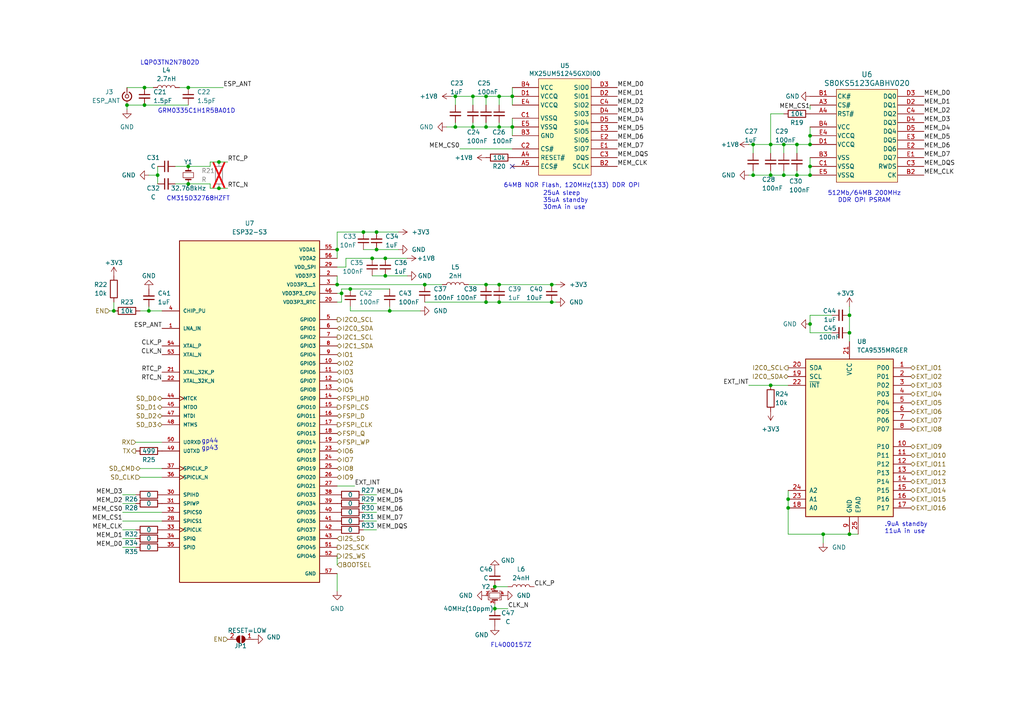
<source format=kicad_sch>
(kicad_sch (version 20250114) (generator "eeschema") (generator_version "9.0")
  (paper "A4")
  (lib_symbols
    (symbol "Connector:Conn_Coaxial_Small" (pin_numbers (hide yes)) (pin_names (offset 1.016) (hide yes))
      (property "Reference" "J" (at 0.254 3.048 0))
      (property "Value" "Conn_Coaxial_Small" (at 0 -3.81 0))
      (symbol "Conn_Coaxial_Small_0_1"
        (polyline (pts (xy -2.54 0) (xy -0.508 0)))
        (circle (center 0 0) (radius 0.508) (stroke (width 0.2032)))
      )
      (symbol "Conn_Coaxial_Small_1_1"
        (arc (start 1.3484 0.0039) (mid 0.327 -1.308) (end -1.1916 -0.6311) (stroke (width 0.3048)))
        (arc (start -1.1916 0.6311) (mid 0.327 1.3081) (end 1.3484 -0.0039) (stroke (width 0.3048)))
        (pin passive line (at -2.54 0 0) (length 1.27) (name "In") (number "1"))
        (pin passive line (at 2.54 0 180) (length 1.27) (name "Ext") (number "2"))
      )
    )
    (symbol "Device:C_Small" (pin_numbers (hide yes)) (pin_names (offset 0.254) (hide yes))
      (property "Reference" "C" (at 0.254 1.778 0))
      (property "Value" "C_Small" (at 0.254 -2.032 0))
      (symbol "C_Small_0_1"
        (polyline (pts (xy -1.524 0.508) (xy 1.524 0.508)) (stroke (width 0.3048)))
        (polyline (pts (xy -1.524 -0.508) (xy 1.524 -0.508)) (stroke (width 0.3302)))
      )
      (symbol "C_Small_1_1"
        (pin passive line (at 0 2.54 270) (length 2.032) (name "~") (number "1"))
        (pin passive line (at 0 -2.54 90) (length 2.032) (name "~") (number "2"))
      )
    )
    (symbol "Device:Crystal_GND24_Small" (pin_names (offset 1.016) (hide yes))
      (property "Reference" "Y" (at 1.27 4.445 0))
      (property "Value" "Crystal_GND24_Small" (at 1.27 2.54 0))
      (symbol "Crystal_GND24_Small_0_1"
        (polyline (pts (xy -1.27 1.27) (xy -1.27 1.905) (xy 1.27 1.905) (xy 1.27 1.27)))
        (polyline (pts (xy -1.27 -0.762) (xy -1.27 0.762)) (stroke (width 0.381)))
        (polyline (pts (xy -1.27 -1.27) (xy -1.27 -1.905) (xy 1.27 -1.905) (xy 1.27 -1.27)))
        (rectangle (start -0.762 -1.524) (end 0.762 1.524))
        (polyline (pts (xy 1.27 -0.762) (xy 1.27 0.762)) (stroke (width 0.381)))
      )
      (symbol "Crystal_GND24_Small_1_1"
        (pin passive line (at -2.54 0 0) (length 1.27) (name "1") (number "1"))
        (pin passive line (at 0 2.54 270) (length 0.635) (name "4") (number "4"))
        (pin passive line (at 0 -2.54 90) (length 0.635) (name "2") (number "2"))
        (pin passive line (at 2.54 0 180) (length 1.27) (name "3") (number "3"))
      )
    )
    (symbol "Device:Crystal_Small" (pin_numbers (hide yes)) (pin_names (offset 1.016) (hide yes))
      (property "Reference" "Y" (at 0 2.54 0))
      (property "Value" "Crystal_Small" (at 0 -2.54 0))
      (symbol "Crystal_Small_0_1"
        (polyline (pts (xy -1.27 -0.762) (xy -1.27 0.762)) (stroke (width 0.381)))
        (rectangle (start -0.762 -1.524) (end 0.762 1.524))
        (polyline (pts (xy 1.27 -0.762) (xy 1.27 0.762)) (stroke (width 0.381)))
      )
      (symbol "Crystal_Small_1_1"
        (pin passive line (at -2.54 0 0) (length 1.27) (name "1") (number "1"))
        (pin passive line (at 2.54 0 180) (length 1.27) (name "2") (number "2"))
      )
    )
    (symbol "Device:L" (pin_numbers (hide yes)) (pin_names (offset 1.016) (hide yes))
      (property "Reference" "L" (at -1.27 0 90))
      (property "Value" "L" (at 1.905 0 90))
      (symbol "L_0_1"
        (arc (start 0 2.54) (mid 0.6323 1.905) (end 0 1.27))
        (arc (start 0 1.27) (mid 0.6323 0.635) (end 0 0))
        (arc (start 0 0) (mid 0.6323 -0.635) (end 0 -1.27))
        (arc (start 0 -1.27) (mid 0.6323 -1.905) (end 0 -2.54))
      )
      (symbol "L_1_1"
        (pin passive line (at 0 3.81 270) (length 1.27) (name "1") (number "1"))
        (pin passive line (at 0 -3.81 90) (length 1.27) (name "2") (number "2"))
      )
    )
    (symbol "Device:R" (pin_numbers (hide yes)) (pin_names (offset 0))
      (property "Reference" "R" (at 2.032 0 90))
      (property "Value" "R" (at 0 0 90))
      (symbol "R_0_1"
        (rectangle (start -1.016 -2.54) (end 1.016 2.54) (stroke (width 0.254)))
      )
      (symbol "R_1_1"
        (pin passive line (at 0 3.81 270) (length 1.27) (name "~") (number "1"))
        (pin passive line (at 0 -3.81 90) (length 1.27) (name "~") (number "2"))
      )
    )
    (symbol "GND_1" (power) (pin_numbers (hide yes)) (pin_names (offset 0) (hide yes))
      (property "Value" "GND" (at 0 -3.81 0))
      (symbol "GND_1_0_1"
        (polyline (pts (xy 0 0) (xy 0 -1.27) (xy 1.27 -1.27) (xy 0 -2.54) (xy -1.27 -1.27) (xy 0 -1.27)))
      )
      (symbol "GND_1_1_1"
        (pin power_in line (at 0 0 270) (length 0) (name "~") (number "1"))
      )
    )
    (symbol "Interface_Expansion:TCA9535MRGER" (pin_names (offset 1.016))
      (property "Reference" "U" (at -11.43 24.13 0))
      (property "Value" "TCA9535MRGER" (at 0 0 0))
      (symbol "TCA9535MRGER_0_1"
        (rectangle (start -12.7 22.86) (end 12.7 -22.86) (stroke (width 0.254)) (fill (type background)))
      )
      (symbol "TCA9535MRGER_1_1"
        (pin bidirectional line (at -17.78 20.32 0) (length 5.08) (name "SDA") (number "20"))
        (pin input line (at -17.78 17.78 0) (length 5.08) (name "SCL") (number "19"))
        (pin open_collector line (at -17.78 15.24 0) (length 5.08) (name "~{INT}") (number "22"))
        (pin input line (at -17.78 -15.24 0) (length 5.08) (name "A2") (number "24"))
        (pin input line (at -17.78 -17.78 0) (length 5.08) (name "A1") (number "23"))
        (pin input line (at -17.78 -20.32 0) (length 5.08) (name "A0") (number "18"))
        (pin power_in line (at 0 27.94 270) (length 5.08) (name "VCC") (number "21"))
        (pin power_in line (at 0 -27.94 90) (length 5.08) (name "GND") (number "9"))
        (pin input line (at 2.54 -27.94 90) (length 5.08) (name "EPAD") (number "25"))
        (pin bidirectional line (at 17.78 20.32 180) (length 5.08) (name "P00") (number "1"))
        (pin bidirectional line (at 17.78 17.78 180) (length 5.08) (name "P01") (number "2"))
        (pin bidirectional line (at 17.78 15.24 180) (length 5.08) (name "P02") (number "3"))
        (pin bidirectional line (at 17.78 12.7 180) (length 5.08) (name "P03") (number "4"))
        (pin bidirectional line (at 17.78 10.16 180) (length 5.08) (name "P04") (number "5"))
        (pin bidirectional line (at 17.78 7.62 180) (length 5.08) (name "P05") (number "6"))
        (pin bidirectional line (at 17.78 5.08 180) (length 5.08) (name "P06") (number "7"))
        (pin bidirectional line (at 17.78 2.54 180) (length 5.08) (name "P07") (number "8"))
        (pin bidirectional line (at 17.78 -2.54 180) (length 5.08) (name "P10") (number "10"))
        (pin bidirectional line (at 17.78 -5.08 180) (length 5.08) (name "P11") (number "11"))
        (pin bidirectional line (at 17.78 -7.62 180) (length 5.08) (name "P12") (number "12"))
        (pin bidirectional line (at 17.78 -10.16 180) (length 5.08) (name "P13") (number "13"))
        (pin bidirectional line (at 17.78 -12.7 180) (length 5.08) (name "P14") (number "14"))
        (pin bidirectional line (at 17.78 -15.24 180) (length 5.08) (name "P15") (number "15"))
        (pin bidirectional line (at 17.78 -17.78 180) (length 5.08) (name "P16") (number "16"))
        (pin bidirectional line (at 17.78 -20.32 180) (length 5.08) (name "P17") (number "17"))
      )
    )
    (symbol "Jumper:SolderJumper_2_Open" (pin_names (offset 0) (hide yes))
      (property "Reference" "JP" (at 0 2.032 0))
      (property "Value" "SolderJumper_2_Open" (at 0 -2.54 0))
      (symbol "SolderJumper_2_Open_0_1"
        (polyline (pts (xy -0.254 1.016) (xy -0.254 -1.016)))
        (arc (start -0.254 -1.016) (mid -1.2656 0) (end -0.254 1.016))
        (arc (start -0.254 -1.016) (mid -1.2656 0) (end -0.254 1.016) (fill (type outline)))
        (arc (start 0.254 1.016) (mid 1.2656 0) (end 0.254 -1.016))
        (arc (start 0.254 1.016) (mid 1.2656 0) (end 0.254 -1.016) (fill (type outline)))
        (polyline (pts (xy 0.254 1.016) (xy 0.254 -1.016)))
      )
      (symbol "SolderJumper_2_Open_1_1"
        (pin passive line (at -3.81 0 0) (length 2.54) (name "A") (number "1"))
        (pin passive line (at 3.81 0 180) (length 2.54) (name "B") (number "2"))
      )
    )
    (symbol "MCU_Espressif:ESP32-S3" (pin_names (offset 1.016))
      (property "Reference" "U" (at -20.32 49.53 0))
      (property "Value" "ESP32-S3" (at -20.32 -52.07 0))
      (symbol "ESP32-S3_0_0"
        (rectangle (start -20.32 48.26) (end 20.32 -50.8) (stroke (width 0.254)) (fill (type background)))
        (pin input line (at -25.4 27.94 0) (length 5.08) (name "CHIP_PU") (number "4"))
        (pin bidirectional line (at -25.4 22.86 0) (length 5.08) (name "LNA_IN") (number "1"))
        (pin input line (at -25.4 17.78 0) (length 5.08) (name "XTAL_P") (number "54"))
        (pin output line (at -25.4 15.24 0) (length 5.08) (name "XTAL_N") (number "53"))
        (pin bidirectional line (at -25.4 10.16 0) (length 5.08) (name "XTAL_32K_P") (number "21"))
        (pin bidirectional line (at -25.4 7.62 0) (length 5.08) (name "XTAL_32K_N") (number "22"))
        (pin bidirectional clock (at -25.4 2.54 0) (length 5.08) (name "MTCK") (number "44"))
        (pin bidirectional line (at -25.4 0 0) (length 5.08) (name "MTDO") (number "45"))
        (pin bidirectional line (at -25.4 -2.54 0) (length 5.08) (name "MTDI") (number "47"))
        (pin bidirectional line (at -25.4 -5.08 0) (length 5.08) (name "MTMS") (number "48"))
        (pin bidirectional line (at -25.4 -10.16 0) (length 5.08) (name "U0RXD") (number "50"))
        (pin bidirectional line (at -25.4 -12.7 0) (length 5.08) (name "U0TXD") (number "49"))
        (pin bidirectional clock (at -25.4 -17.78 0) (length 5.08) (name "SPICLK_P") (number "37"))
        (pin bidirectional clock (at -25.4 -20.32 0) (length 5.08) (name "SPICLK_N") (number "36"))
        (pin bidirectional line (at -25.4 -25.4 0) (length 5.08) (name "SPIHD") (number "30"))
        (pin bidirectional line (at -25.4 -27.94 0) (length 5.08) (name "SPIWP") (number "31"))
        (pin bidirectional line (at -25.4 -30.48 0) (length 5.08) (name "SPICS0") (number "32"))
        (pin bidirectional line (at -25.4 -33.02 0) (length 5.08) (name "SPICS1") (number "28"))
        (pin bidirectional clock (at -25.4 -35.56 0) (length 5.08) (name "SPICLK") (number "33"))
        (pin bidirectional line (at -25.4 -38.1 0) (length 5.08) (name "SPIQ") (number "34"))
        (pin bidirectional line (at -25.4 -40.64 0) (length 5.08) (name "SPID") (number "35"))
        (pin power_in line (at 25.4 45.72 180) (length 5.08) (name "VDDA1") (number "55"))
        (pin power_in line (at 25.4 43.18 180) (length 5.08) (name "VDDA2") (number "56"))
        (pin power_in line (at 25.4 40.64 180) (length 5.08) (name "VDD_SPI") (number "29"))
        (pin power_in line (at 25.4 38.1 180) (length 5.08) (name "VDD3P3") (number "2"))
        (pin power_in line (at 25.4 35.56 180) (length 5.08) (name "VDD3P3__1") (number "3"))
        (pin power_in line (at 25.4 33.02 180) (length 5.08) (name "VDD3P3_CPU") (number "46"))
        (pin power_in line (at 25.4 30.48 180) (length 5.08) (name "VDD3P3_RTC") (number "20"))
        (pin bidirectional line (at 25.4 25.4 180) (length 5.08) (name "GPIO0") (number "5"))
        (pin bidirectional line (at 25.4 22.86 180) (length 5.08) (name "GPIO1") (number "6"))
        (pin bidirectional line (at 25.4 20.32 180) (length 5.08) (name "GPIO2") (number "7"))
        (pin bidirectional line (at 25.4 17.78 180) (length 5.08) (name "GPIO3") (number "8"))
        (pin bidirectional line (at 25.4 15.24 180) (length 5.08) (name "GPIO4") (number "9"))
        (pin bidirectional line (at 25.4 12.7 180) (length 5.08) (name "GPIO5") (number "10"))
        (pin bidirectional line (at 25.4 10.16 180) (length 5.08) (name "GPIO6") (number "11"))
        (pin bidirectional line (at 25.4 7.62 180) (length 5.08) (name "GPIO7") (number "12"))
        (pin bidirectional line (at 25.4 5.08 180) (length 5.08) (name "GPIO8") (number "13"))
        (pin bidirectional line (at 25.4 2.54 180) (length 5.08) (name "GPIO9") (number "14"))
        (pin bidirectional line (at 25.4 0 180) (length 5.08) (name "GPIO10") (number "15"))
        (pin bidirectional line (at 25.4 -2.54 180) (length 5.08) (name "GPIO11") (number "16"))
        (pin bidirectional line (at 25.4 -5.08 180) (length 5.08) (name "GPIO12") (number "17"))
        (pin bidirectional line (at 25.4 -7.62 180) (length 5.08) (name "GPIO13") (number "18"))
        (pin bidirectional line (at 25.4 -10.16 180) (length 5.08) (name "GPIO14") (number "19"))
        (pin bidirectional line (at 25.4 -12.7 180) (length 5.08) (name "GPIO17") (number "23"))
        (pin bidirectional line (at 25.4 -15.24 180) (length 5.08) (name "GPIO18") (number "24"))
        (pin bidirectional line (at 25.4 -17.78 180) (length 5.08) (name "GPIO19") (number "25"))
        (pin bidirectional line (at 25.4 -20.32 180) (length 5.08) (name "GPIO20") (number "26"))
        (pin bidirectional line (at 25.4 -22.86 180) (length 5.08) (name "GPIO21") (number "27"))
        (pin bidirectional line (at 25.4 -25.4 180) (length 5.08) (name "GPIO33") (number "38"))
        (pin bidirectional line (at 25.4 -27.94 180) (length 5.08) (name "GPIO34") (number "39"))
        (pin bidirectional line (at 25.4 -30.48 180) (length 5.08) (name "GPIO35") (number "40"))
        (pin bidirectional line (at 25.4 -33.02 180) (length 5.08) (name "GPIO36") (number "41"))
        (pin bidirectional line (at 25.4 -35.56 180) (length 5.08) (name "GPIO37") (number "42"))
        (pin bidirectional line (at 25.4 -38.1 180) (length 5.08) (name "GPIO38") (number "43"))
        (pin bidirectional line (at 25.4 -40.64 180) (length 5.08) (name "GPIO45") (number "51"))
        (pin bidirectional line (at 25.4 -43.18 180) (length 5.08) (name "GPIO46") (number "52"))
        (pin power_in line (at 25.4 -48.26 180) (length 5.08) (name "GND") (number "57"))
      )
    )
    (symbol "custom-lib:MX25UM51245GXDI00"
      (property "Reference" "U" (at 0 17.78 0))
      (property "Value" "MX25UM51245GXDI00" (at 0 15.24 0))
      (symbol "MX25UM51245GXDI00_0_1"
        (pin power_in line (at -15.24 11.43 0) (length 7.62) (name "VCC") (number "B4"))
        (pin power_in line (at -15.24 8.89 0) (length 7.62) (name "VCCQ") (number "D1"))
        (pin power_in line (at -15.24 6.35 0) (length 7.62) (name "VCCQ") (number "E4"))
        (pin input line (at -15.24 -6.35 0) (length 7.62) (name "CS#") (number "C2"))
        (pin input line (at -15.24 -8.89 0) (length 7.62) (name "RESET#") (number "A4"))
        (pin unspecified line (at -15.24 -11.43 0) (length 7.62) (name "ECS#") (number "A5"))
        (pin bidirectional line (at 15.24 11.43 180) (length 7.62) (name "SIO0") (number "D3"))
        (pin bidirectional line (at 15.24 8.89 180) (length 7.62) (name "SIO1") (number "D2"))
        (pin bidirectional line (at 15.24 6.35 180) (length 7.62) (name "SIO2") (number "C4"))
        (pin bidirectional line (at 15.24 3.81 180) (length 7.62) (name "SIO3") (number "D4"))
        (pin bidirectional line (at 15.24 1.27 180) (length 7.62) (name "SIO4") (number "D5"))
        (pin bidirectional line (at 15.24 -1.27 180) (length 7.62) (name "SIO5") (number "E3"))
        (pin bidirectional line (at 15.24 -3.81 180) (length 7.62) (name "SIO6") (number "E2"))
        (pin bidirectional line (at 15.24 -6.35 180) (length 7.62) (name "SIO7") (number "E1"))
        (pin input line (at 15.24 -11.43 180) (length 7.62) (name "SCLK") (number "B2"))
      )
      (symbol "MX25UM51245GXDI00_1_1"
        (rectangle (start -7.62 13.97) (end 7.62 -13.97) (fill (type background)))
        (pin power_in line (at -15.24 2.54 0) (length 7.62) (name "VSSQ") (number "C1"))
        (pin power_in line (at -15.24 0 0) (length 7.62) (name "VSSQ") (number "E5"))
        (pin power_in line (at -15.24 -2.54 0) (length 7.62) (name "GND") (number "B3"))
        (pin no_connect line (at -3.81 -16.51 0) (length 7.62) (hide yes) (name "NC") (number "A2"))
        (pin no_connect line (at -3.81 -19.05 0) (length 7.62) (hide yes) (name "NC") (number "A3"))
        (pin no_connect line (at -3.81 -21.59 0) (length 7.62) (hide yes) (name "DNU") (number "B1"))
        (pin no_connect line (at -3.81 -24.13 0) (length 7.62) (hide yes) (name "DNU") (number "B5"))
        (pin no_connect line (at -3.81 -26.67 0) (length 7.62) (hide yes) (name "NC") (number "C5"))
        (pin bidirectional line (at 15.24 -8.89 180) (length 7.62) (name "DQS") (number "C3"))
      )
    )
    (symbol "custom-lib:S80KS5123GABHV020" (pin_names (offset 0.254))
      (property "Reference" "U" (at 0 17.526 0))
      (property "Value" "S80KS5123GABHV020" (at 0 14.986 0))
      (symbol "S80KS5123GABHV020_0_1"
        (pin input line (at -16.51 11.43 0) (length 7.62) (name "CK#") (number "B1"))
        (pin input line (at -16.51 8.89 0) (length 7.62) (name "CS#") (number "A3"))
        (pin power_in line (at -16.51 2.54 0) (length 7.62) (name "VCC") (number "B4"))
        (pin power_in line (at -16.51 0 0) (length 7.62) (name "VCCQ") (number "E4"))
        (pin power_in line (at -16.51 -2.54 0) (length 7.62) (name "VCCQ") (number "D1"))
        (pin power_out line (at -16.51 -6.35 0) (length 7.62) (name "VSS") (number "B3"))
        (pin power_out line (at -16.51 -8.89 0) (length 7.62) (name "VSSQ") (number "C1"))
        (pin power_out line (at -16.51 -11.43 0) (length 7.62) (name "VSSQ") (number "E5"))
        (pin bidirectional line (at 16.51 11.43 180) (length 7.62) (name "DQ0") (number "D3"))
        (pin bidirectional line (at 16.51 8.89 180) (length 7.62) (name "DQ1") (number "D2"))
        (pin bidirectional line (at 16.51 6.35 180) (length 7.62) (name "DQ2") (number "C4"))
        (pin bidirectional line (at 16.51 3.81 180) (length 7.62) (name "DQ3") (number "D4"))
        (pin bidirectional line (at 16.51 1.27 180) (length 7.62) (name "DQ4") (number "D5"))
        (pin bidirectional line (at 16.51 -1.27 180) (length 7.62) (name "DQ5") (number "E3"))
        (pin bidirectional line (at 16.51 -3.81 180) (length 7.62) (name "DQ6") (number "E2"))
        (pin bidirectional line (at 16.51 -6.35 180) (length 7.62) (name "DQ7") (number "E1"))
        (pin bidirectional line (at 16.51 -8.89 180) (length 7.62) (name "RWDS") (number "C3"))
        (pin input line (at 16.51 -11.43 180) (length 7.62) (name "CK") (number "B2"))
      )
      (symbol "S80KS5123GABHV020_1_1"
        (rectangle (start -8.89 13.462) (end 8.89 -13.462) (fill (type background)))
        (pin input line (at -16.51 6.35 0) (length 7.62) (name "RST#") (number "A4"))
      )
    )
    (symbol "power:+1V8" (power) (pin_numbers (hide yes)) (pin_names (offset 0) (hide yes))
      (property "Value" "+1V8" (at 0 3.556 0))
      (symbol "+1V8_0_1"
        (polyline (pts (xy -0.762 1.27) (xy 0 2.54)))
        (polyline (pts (xy 0 2.54) (xy 0.762 1.27)))
        (polyline (pts (xy 0 0) (xy 0 2.54)))
      )
      (symbol "+1V8_1_1"
        (pin power_in line (at 0 0 90) (length 0) (name "~") (number "1"))
      )
    )
    (symbol "power:+3V3" (power) (pin_names (offset 0))
      (property "Value" "+3V3" (at 0 3.556 0))
      (symbol "+3V3_0_1"
        (polyline (pts (xy -0.762 1.27) (xy 0 2.54)))
        (polyline (pts (xy 0 2.54) (xy 0.762 1.27)))
        (polyline (pts (xy 0 0) (xy 0 2.54)))
      )
      (symbol "+3V3_1_1"
        (pin power_in line (at 0 0 90) (length 0) (hide yes) (name "+3V3") (number "1"))
      )
    )
    (symbol "power:GND" (power) (pin_names (offset 0))
      (property "Value" "GND" (at 0 -3.81 0))
      (symbol "GND_0_1"
        (polyline (pts (xy 0 0) (xy 0 -1.27) (xy 1.27 -1.27) (xy 0 -2.54) (xy -1.27 -1.27) (xy 0 -1.27)))
      )
      (symbol "GND_1_1"
        (pin power_in line (at 0 0 270) (length 0) (hide yes) (name "GND") (number "1"))
      )
    )
  )
  (text "FL4000157Z" (at 142.24 187.96 0) (effects (font (size 1.27 1.27)) (justify left bottom)))
  (text "25uA sleep\n35uA standby\n30mA in use" (at 157.48 60.96 0) (effects (font (size 1.27 1.27)) (justify left bottom)))
  (text ".9uA standby\n11uA in use" (at 256.54 154.94 0) (effects (font (size 1.27 1.27)) (justify left bottom)))
  (text "gp44\ngp43" (at 58.42 130.81 0) (effects (font (size 1.27 1.27)) (justify left bottom)))
  (text "CM315D32768HZFT" (at 48.26 58.42 0) (effects (font (size 1.27 1.27)) (justify left bottom)))
  (text "GRM0335C1H1R5BA01D" (at 45.72 33.02 0) (effects (font (size 1.27 1.27)) (justify left bottom)))
  (text "64MB NOR Flash, 120MHz(133) DDR OPI" (at 146.05 54.61 0) (effects (font (size 1.27 1.27)) (justify left bottom)))
  (text "512Mb/64MB 200MHz\nDDR OPI PSRAM\n" (at 250.698 57.15 0) (effects (font (size 1.27 1.27))))
  (text "LQP03TN2N7B02D" (at 40.64 19.05 0) (effects (font (size 1.27 1.27)) (justify left bottom)))
  (junction (at 132.08 36.83))
  (junction (at 123.19 82.55))
  (junction (at 228.6 144.78))
  (junction (at 63.5 46.99))
  (junction (at 41.91 25.4))
  (junction (at 137.16 27.94))
  (junction (at 223.52 50.8))
  (junction (at 148.59 36.83))
  (junction (at 160.02 82.55))
  (junction (at 36.83 30.48))
  (junction (at 223.52 111.76))
  (junction (at 109.22 67.31))
  (junction (at 231.14 41.91))
  (junction (at 140.97 87.63))
  (junction (at 140.97 82.55))
  (junction (at 45.72 50.8))
  (junction (at 144.78 82.55))
  (junction (at 111.76 80.01))
  (junction (at 143.51 170.18))
  (junction (at 54.61 53.34))
  (junction (at 41.91 30.48))
  (junction (at 111.76 74.93))
  (junction (at 101.6 83.82))
  (junction (at 223.52 41.91))
  (junction (at 144.78 36.83))
  (junction (at 109.22 72.39))
  (junction (at 113.03 90.17))
  (junction (at 231.14 50.8))
  (junction (at 234.95 39.37))
  (junction (at 97.79 82.55))
  (junction (at 234.95 93.98))
  (junction (at 227.33 50.8))
  (junction (at 234.95 48.26))
  (junction (at 140.97 27.94))
  (junction (at 63.5 54.61))
  (junction (at 246.38 91.44))
  (junction (at 238.76 154.94))
  (junction (at 218.44 50.8))
  (junction (at 160.02 87.63))
  (junction (at 148.59 27.94))
  (junction (at 144.78 27.94))
  (junction (at 132.08 27.94))
  (junction (at 234.95 50.8))
  (junction (at 105.41 67.31))
  (junction (at 54.61 25.4))
  (junction (at 99.06 85.09))
  (junction (at 246.38 154.94))
  (junction (at 33.02 90.17))
  (junction (at 54.61 48.26))
  (junction (at 43.18 90.17))
  (junction (at 107.95 74.93))
  (junction (at 137.16 36.83))
  (junction (at 144.78 87.63))
  (junction (at 140.97 36.83))
  (junction (at 246.38 96.52))
  (junction (at 228.6 147.32))
  (junction (at 218.44 41.91))
  (junction (at 234.95 41.91))
  (junction (at 227.33 41.91))
  (junction (at 97.79 72.39))
  (junction (at 143.51 176.53))
  (no_connect (at 148.59 48.26))
  (wire (pts (xy 148.59 36.83) (xy 148.59 39.37)))
  (wire (pts (xy 101.6 83.82) (xy 113.03 83.82)))
  (wire (pts (xy 60.96 54.61) (xy 60.96 53.34)))
  (wire (pts (xy 231.14 50.8) (xy 234.95 50.8)))
  (wire (pts (xy 109.22 148.59) (xy 105.41 148.59)))
  (wire (pts (xy 231.14 44.45) (xy 231.14 41.91)))
  (wire (pts (xy 50.8 53.34) (xy 54.61 53.34)))
  (wire (pts (xy 140.97 82.55) (xy 144.78 82.55)))
  (wire (pts (xy 36.83 31.75) (xy 36.83 30.48)))
  (wire (pts (xy 99.06 85.09) (xy 99.06 83.82)))
  (wire (pts (xy 123.19 82.55) (xy 128.27 82.55)))
  (wire (pts (xy 144.78 87.63) (xy 160.02 87.63)))
  (wire (pts (xy 147.32 170.18) (xy 143.51 170.18)))
  (wire (pts (xy 111.76 74.93) (xy 118.11 74.93)))
  (wire (pts (xy 40.64 138.43) (xy 46.99 138.43)))
  (wire (pts (xy 246.38 88.9) (xy 246.38 91.44)))
  (wire (pts (xy 107.95 74.93) (xy 111.76 74.93)))
  (wire (pts (xy 31.75 90.17) (xy 33.02 90.17)))
  (wire (pts (xy 100.33 74.93) (xy 100.33 77.47)))
  (wire (pts (xy 144.78 35.56) (xy 144.78 36.83)))
  (wire (pts (xy 231.14 41.91) (xy 234.95 41.91)))
  (wire (pts (xy 148.59 34.29) (xy 148.59 36.83)))
  (wire (pts (xy 63.5 54.61) (xy 60.96 54.61)))
  (wire (pts (xy 39.37 128.27) (xy 46.99 128.27)))
  (wire (pts (xy 97.79 85.09) (xy 99.06 85.09)))
  (wire (pts (xy 113.03 90.17) (xy 121.92 90.17)))
  (wire (pts (xy 241.3 91.44) (xy 234.95 91.44)))
  (wire (pts (xy 234.95 96.52) (xy 234.95 93.98)))
  (wire (pts (xy 35.56 156.21) (xy 39.37 156.21)))
  (wire (pts (xy 123.19 87.63) (xy 140.97 87.63)))
  (wire (pts (xy 144.78 82.55) (xy 160.02 82.55)))
  (wire (pts (xy 144.78 30.48) (xy 144.78 27.94)))
  (wire (pts (xy 35.56 143.51) (xy 39.37 143.51)))
  (wire (pts (xy 227.33 49.53) (xy 227.33 50.8)))
  (wire (pts (xy 50.8 48.26) (xy 54.61 48.26)))
  (wire (pts (xy 113.03 90.17) (xy 113.03 88.9)))
  (wire (pts (xy 99.06 83.82) (xy 101.6 83.82)))
  (wire (pts (xy 143.51 176.53) (xy 147.32 176.53)))
  (wire (pts (xy 105.41 67.31) (xy 109.22 67.31)))
  (wire (pts (xy 109.22 151.13) (xy 105.41 151.13)))
  (wire (pts (xy 35.56 151.13) (xy 46.99 151.13)))
  (wire (pts (xy 234.95 91.44) (xy 234.95 93.98)))
  (wire (pts (xy 217.17 50.8) (xy 218.44 50.8)))
  (wire (pts (xy 97.79 80.01) (xy 97.79 82.55)))
  (wire (pts (xy 246.38 96.52) (xy 246.38 99.06)))
  (wire (pts (xy 43.18 88.9) (xy 43.18 90.17)))
  (wire (pts (xy 35.56 153.67) (xy 39.37 153.67)))
  (wire (pts (xy 238.76 154.94) (xy 238.76 157.48)))
  (wire (pts (xy 44.45 25.4) (xy 41.91 25.4)))
  (wire (pts (xy 223.52 41.91) (xy 223.52 44.45)))
  (wire (pts (xy 227.33 41.91) (xy 231.14 41.91)))
  (wire (pts (xy 132.08 27.94) (xy 137.16 27.94)))
  (wire (pts (xy 140.97 36.83) (xy 144.78 36.83)))
  (wire (pts (xy 133.35 43.18) (xy 148.59 43.18)))
  (wire (pts (xy 218.44 41.91) (xy 218.44 44.45)))
  (wire (pts (xy 137.16 27.94) (xy 140.97 27.94)))
  (wire (pts (xy 241.3 96.52) (xy 234.95 96.52)))
  (wire (pts (xy 228.6 142.24) (xy 228.6 144.78)))
  (wire (pts (xy 132.08 36.83) (xy 137.16 36.83)))
  (wire (pts (xy 97.79 72.39) (xy 97.79 74.93)))
  (wire (pts (xy 228.6 144.78) (xy 228.6 147.32)))
  (wire (pts (xy 60.96 53.34) (xy 54.61 53.34)))
  (wire (pts (xy 101.6 90.17) (xy 113.03 90.17)))
  (wire (pts (xy 130.81 27.94) (xy 132.08 27.94)))
  (wire (pts (xy 137.16 35.56) (xy 137.16 36.83)))
  (wire (pts (xy 43.18 90.17) (xy 46.99 90.17)))
  (wire (pts (xy 97.79 171.45) (xy 97.79 166.37)))
  (wire (pts (xy 52.07 25.4) (xy 54.61 25.4)))
  (wire (pts (xy 140.97 35.56) (xy 140.97 36.83)))
  (wire (pts (xy 45.72 48.26) (xy 45.72 50.8)))
  (wire (pts (xy 36.83 30.48) (xy 41.91 30.48)))
  (wire (pts (xy 246.38 154.94) (xy 248.92 154.94)))
  (wire (pts (xy 43.18 50.8) (xy 45.72 50.8)))
  (wire (pts (xy 223.52 33.02) (xy 223.52 41.91)))
  (wire (pts (xy 40.64 135.89) (xy 46.99 135.89)))
  (wire (pts (xy 60.96 48.26) (xy 54.61 48.26)))
  (wire (pts (xy 97.79 82.55) (xy 123.19 82.55)))
  (wire (pts (xy 231.14 49.53) (xy 231.14 50.8)))
  (wire (pts (xy 140.97 30.48) (xy 140.97 27.94)))
  (wire (pts (xy 234.95 31.75) (xy 234.95 30.48)))
  (wire (pts (xy 60.96 46.99) (xy 60.96 48.26)))
  (wire (pts (xy 132.08 27.94) (xy 132.08 30.48)))
  (wire (pts (xy 35.56 146.05) (xy 39.37 146.05)))
  (wire (pts (xy 97.79 140.97) (xy 102.87 140.97)))
  (wire (pts (xy 109.22 143.51) (xy 105.41 143.51)))
  (wire (pts (xy 148.59 25.4) (xy 148.59 27.94)))
  (wire (pts (xy 148.59 27.94) (xy 148.59 30.48)))
  (wire (pts (xy 109.22 146.05) (xy 105.41 146.05)))
  (wire (pts (xy 100.33 77.47) (xy 97.79 77.47)))
  (wire (pts (xy 132.08 35.56) (xy 132.08 36.83)))
  (wire (pts (xy 137.16 36.83) (xy 140.97 36.83)))
  (wire (pts (xy 111.76 80.01) (xy 118.11 80.01)))
  (wire (pts (xy 140.97 87.63) (xy 144.78 87.63)))
  (wire (pts (xy 97.79 161.29) (xy 97.79 163.83)))
  (wire (pts (xy 160.02 82.55) (xy 161.29 82.55)))
  (wire (pts (xy 35.56 148.59) (xy 46.99 148.59)))
  (wire (pts (xy 223.52 49.53) (xy 223.52 50.8)))
  (wire (pts (xy 227.33 44.45) (xy 227.33 41.91)))
  (wire (pts (xy 33.02 87.63) (xy 33.02 90.17)))
  (wire (pts (xy 218.44 49.53) (xy 218.44 50.8)))
  (wire (pts (xy 223.52 50.8) (xy 227.33 50.8)))
  (wire (pts (xy 218.44 41.91) (xy 223.52 41.91)))
  (wire (pts (xy 137.16 27.94) (xy 137.16 30.48)))
  (wire (pts (xy 238.76 154.94) (xy 246.38 154.94)))
  (wire (pts (xy 160.02 87.63) (xy 161.29 87.63)))
  (wire (pts (xy 101.6 90.17) (xy 101.6 88.9)))
  (wire (pts (xy 54.61 25.4) (xy 64.77 25.4)))
  (wire (pts (xy 100.33 74.93) (xy 107.95 74.93)))
  (wire (pts (xy 97.79 67.31) (xy 105.41 67.31)))
  (wire (pts (xy 238.76 154.94) (xy 228.6 154.94)))
  (wire (pts (xy 135.89 82.55) (xy 140.97 82.55)))
  (wire (pts (xy 227.33 50.8) (xy 231.14 50.8)))
  (wire (pts (xy 218.44 50.8) (xy 223.52 50.8)))
  (wire (pts (xy 129.54 36.83) (xy 132.08 36.83)))
  (wire (pts (xy 144.78 27.94) (xy 148.59 27.94)))
  (wire (pts (xy 144.78 36.83) (xy 148.59 36.83)))
  (wire (pts (xy 35.56 158.75) (xy 39.37 158.75)))
  (wire (pts (xy 105.41 72.39) (xy 109.22 72.39)))
  (wire (pts (xy 36.83 25.4) (xy 41.91 25.4)))
  (wire (pts (xy 66.04 54.61) (xy 63.5 54.61)))
  (wire (pts (xy 246.38 91.44) (xy 246.38 96.52)))
  (wire (pts (xy 109.22 153.67) (xy 105.41 153.67)))
  (wire (pts (xy 234.95 48.26) (xy 234.95 50.8)))
  (wire (pts (xy 66.04 46.99) (xy 63.5 46.99)))
  (wire (pts (xy 99.06 87.63) (xy 99.06 85.09)))
  (wire (pts (xy 234.95 39.37) (xy 234.95 41.91)))
  (wire (pts (xy 228.6 147.32) (xy 228.6 154.94)))
  (wire (pts (xy 234.95 36.83) (xy 234.95 39.37)))
  (wire (pts (xy 41.91 30.48) (xy 54.61 30.48)))
  (wire (pts (xy 227.33 33.02) (xy 223.52 33.02)))
  (wire (pts (xy 107.95 80.01) (xy 111.76 80.01)))
  (wire (pts (xy 109.22 67.31) (xy 115.57 67.31)))
  (wire (pts (xy 234.95 45.72) (xy 234.95 48.26)))
  (wire (pts (xy 140.97 27.94) (xy 144.78 27.94)))
  (wire (pts (xy 97.79 67.31) (xy 97.79 72.39)))
  (wire (pts (xy 223.52 41.91) (xy 227.33 41.91)))
  (wire (pts (xy 143.51 176.53) (xy 143.51 175.26)))
  (wire (pts (xy 97.79 87.63) (xy 99.06 87.63)))
  (wire (pts (xy 45.72 50.8) (xy 45.72 53.34)))
  (wire (pts (xy 109.22 72.39) (xy 115.57 72.39)))
  (wire (pts (xy 223.52 111.76) (xy 228.6 111.76)))
  (wire (pts (xy 217.17 41.91) (xy 218.44 41.91)))
  (wire (pts (xy 40.64 90.17) (xy 43.18 90.17)))
  (wire (pts (xy 217.17 111.76) (xy 223.52 111.76)))
  (wire (pts (xy 63.5 46.99) (xy 60.96 46.99)))
  (label "MEM_D0" (at 35.56 158.75 180))
  (label "MEM_D6" (at 179.07 40.64 0))
  (label "MEM_D3" (at 35.56 143.51 180))
  (label "RTC_N" (at 46.99 110.49 180))
  (label "MEM_CLK" (at 179.07 48.26 0))
  (label "ESP_ANT" (at 46.99 95.25 180))
  (label "MEM_DQS" (at 267.97 48.26 0))
  (label "MEM_DQS" (at 109.22 153.67 0))
  (label "MEM_CS1" (at 35.56 151.13 180))
  (label "MEM_D5" (at 179.07 38.1 0))
  (label "MEM_D4" (at 267.97 38.1 0))
  (label "MEM_D3" (at 267.97 35.56 0))
  (label "MEM_D7" (at 267.97 45.72 0))
  (label "MEM_CS0" (at 35.56 148.59 180))
  (label "MEM_CLK" (at 267.97 50.8 0))
  (label "CLK_N" (at 147.32 176.53 0))
  (label "MEM_D1" (at 267.97 30.48 0))
  (label "EXT_INT" (at 102.87 140.97 0))
  (label "MEM_D2" (at 267.97 33.02 0))
  (label "MEM_D4" (at 109.22 143.51 0))
  (label "CLK_P" (at 154.94 170.18 0))
  (label "EXT_INT" (at 217.17 111.76 180))
  (label "MEM_D2" (at 35.56 146.05 180))
  (label "MEM_D0" (at 179.07 25.4 0))
  (label "MEM_D6" (at 267.97 43.18 0))
  (label "RTC_N" (at 66.04 54.61 0))
  (label "CLK_N" (at 46.99 102.87 180))
  (label "MEM_D0" (at 267.97 27.94 0))
  (label "MEM_DQS" (at 179.07 45.72 0))
  (label "RTC_P" (at 46.99 107.95 180))
  (label "MEM_CS0" (at 133.35 43.18 180))
  (label "MEM_D3" (at 179.07 33.02 0))
  (label "MEM_D1" (at 179.07 27.94 0))
  (label "MEM_D7" (at 179.07 43.18 0))
  (label "MEM_D1" (at 35.56 156.21 180))
  (label "MEM_CS1" (at 234.95 31.75 180))
  (label "ESP_ANT" (at 64.77 25.4 0))
  (label "MEM_CLK" (at 35.56 153.67 180))
  (label "RTC_P" (at 66.04 46.99 0))
  (label "MEM_D5" (at 109.22 146.05 0))
  (label "CLK_P" (at 46.99 100.33 180))
  (label "MEM_D6" (at 109.22 148.59 0))
  (label "MEM_D4" (at 179.07 35.56 0))
  (label "MEM_D7" (at 109.22 151.13 0))
  (label "MEM_D5" (at 267.97 40.64 0))
  (label "MEM_D2" (at 179.07 30.48 0))
  (hierarchical_label "EXT_IO5" (shape bidirectional) (at 264.16 116.84 0))
  (hierarchical_label "SD_D0" (shape bidirectional) (at 46.99 115.57 180))
  (hierarchical_label "FSPI_Q" (shape bidirectional) (at 97.79 125.73 0))
  (hierarchical_label "IO4" (shape bidirectional) (at 97.79 110.49 0))
  (hierarchical_label "IO3" (shape bidirectional) (at 97.79 107.95 0))
  (hierarchical_label "EXT_IO8" (shape bidirectional) (at 264.16 124.46 0))
  (hierarchical_label "EXT_IO10" (shape bidirectional) (at 264.16 132.08 0))
  (hierarchical_label "I2C0_SDA" (shape bidirectional) (at 228.6 109.22 180))
  (hierarchical_label "I2C0_SCL" (shape output) (at 228.6 106.68 180))
  (hierarchical_label "I2C0_SDA" (shape bidirectional) (at 97.79 95.25 0))
  (hierarchical_label "FSPI_WP" (shape bidirectional) (at 97.79 128.27 0))
  (hierarchical_label "EXT_IO2" (shape bidirectional) (at 264.16 109.22 0))
  (hierarchical_label "EN" (shape input) (at 66.04 185.42 180))
  (hierarchical_label "EXT_IO15" (shape bidirectional) (at 264.16 144.78 0))
  (hierarchical_label "IO2" (shape bidirectional) (at 97.79 105.41 0))
  (hierarchical_label "EXT_IO4" (shape bidirectional) (at 264.16 114.3 0))
  (hierarchical_label "SD_CLK" (shape input) (at 40.64 138.43 180))
  (hierarchical_label "FSPI_HD" (shape bidirectional) (at 97.79 115.57 0))
  (hierarchical_label "RX" (shape input) (at 39.37 128.27 180))
  (hierarchical_label "SD_D1" (shape bidirectional) (at 46.99 118.11 180))
  (hierarchical_label "IO7" (shape bidirectional) (at 97.79 133.35 0))
  (hierarchical_label "IO1" (shape bidirectional) (at 97.79 102.87 0))
  (hierarchical_label "EXT_IO11" (shape bidirectional) (at 264.16 134.62 0))
  (hierarchical_label "I2S_SCK" (shape output) (at 97.79 158.75 0))
  (hierarchical_label "EXT_IO1" (shape bidirectional) (at 264.16 106.68 0))
  (hierarchical_label "EXT_IO6" (shape bidirectional) (at 264.16 119.38 0))
  (hierarchical_label "BOOTSEL" (shape input) (at 97.79 163.83 0))
  (hierarchical_label "EN" (shape input) (at 31.75 90.17 180))
  (hierarchical_label "SD_CMD" (shape bidirectional) (at 40.64 135.89 180))
  (hierarchical_label "IO8" (shape bidirectional) (at 97.79 135.89 0))
  (hierarchical_label "EXT_IO12" (shape bidirectional) (at 264.16 137.16 0))
  (hierarchical_label "IO6" (shape bidirectional) (at 97.79 130.81 0))
  (hierarchical_label "IO9" (shape bidirectional) (at 97.79 138.43 0))
  (hierarchical_label "EXT_IO3" (shape bidirectional) (at 264.16 111.76 0))
  (hierarchical_label "I2S_WS" (shape output) (at 97.79 161.29 0))
  (hierarchical_label "EXT_IO13" (shape bidirectional) (at 264.16 139.7 0))
  (hierarchical_label "I2C1_SCL" (shape output) (at 97.79 97.79 0))
  (hierarchical_label "EXT_IO14" (shape bidirectional) (at 264.16 142.24 0))
  (hierarchical_label "TX" (shape output) (at 39.37 130.81 180))
  (hierarchical_label "I2S_SD" (shape input) (at 97.79 156.21 0))
  (hierarchical_label "IO5" (shape bidirectional) (at 97.79 113.03 0))
  (hierarchical_label "I2C0_SCL" (shape output) (at 97.79 92.71 0))
  (hierarchical_label "FSPI_CS" (shape output) (at 97.79 118.11 0))
  (hierarchical_label "EXT_IO7" (shape bidirectional) (at 264.16 121.92 0))
  (hierarchical_label "EXT_IO16" (shape bidirectional) (at 264.16 147.32 0))
  (hierarchical_label "EXT_IO9" (shape bidirectional) (at 264.16 129.54 0))
  (hierarchical_label "I2C1_SDA" (shape bidirectional) (at 97.79 100.33 0))
  (hierarchical_label "FSPI_CLK" (shape output) (at 97.79 123.19 0))
  (hierarchical_label "FSPI_D" (shape bidirectional) (at 97.79 120.65 0))
  (hierarchical_label "SD_D3" (shape bidirectional) (at 46.99 123.19 180))
  (hierarchical_label "SD_D2" (shape bidirectional) (at 46.99 120.65 180))
  (symbol (lib_id "Device:L") (at 151.13 170.18 90) (unit 1)
    (property "Reference" "L6" (at 151.13 165.1 90))
    (property "Value" "24nH" (at 151.13 167.64 90))
    (property "Footprint" "Inductor_SMD:L_Coilcraft_XFL2010" (effects (hide yes)))
  )
  (symbol (lib_id "Device:Crystal_GND24_Small") (at 143.51 172.72 270) (unit 1)
    (property "Reference" "Y2" (at 140.97 170.18 90))
    (property "Value" "40MHz(10ppm)" (at 135.89 176.53 90))
    (property "Footprint" "Crystal:Crystal_SMD_3225-4Pin_3.2x2.5mm" (effects (hide yes)))
  )
  (symbol (lib_id "Device:R") (at 43.18 158.75 90) (unit 1)
    (property "Reference" "R35" (at 38.1 160.02 90))
    (property "Value" "0" (at 43.18 158.75 90))
    (property "Footprint" "Resistor_SMD:R_0402_1005Metric" (effects (hide yes)))
  )
  (symbol (lib_id "Device:R") (at 101.6 146.05 270) (mirror x) (unit 1)
    (property "Reference" "R29" (at 106.68 144.78 90))
    (property "Value" "0" (at 101.6 146.05 90))
    (property "Footprint" "Resistor_SMD:R_0402_1005Metric" (effects (hide yes)))
  )
  (symbol (lib_id "power:GND") (at 43.18 50.8 270) (unit 1)
    (property "Reference" "#PWR041" (effects (hide yes)))
    (property "Value" "GND" (at 39.37 50.8 90) (effects (justify right)))
  )
  (symbol (lib_id "Device:C_Small") (at 132.08 33.02 0) (unit 1)
    (property "Reference" "C23" (at 130.556 24.13 0) (effects (justify left)))
    (property "Value" "1uF" (at 130.556 26.67 0) (effects (justify left)))
    (property "Footprint" "Capacitor_SMD:C_0402_1005Metric" (effects (hide yes)))
  )
  (symbol (lib_id "power:+1V8") (at 118.11 74.93 270) (mirror x) (unit 1)
    (property "Reference" "#PWR045" (effects (hide yes)))
    (property "Value" "+1V8" (at 120.904 74.93 90) (effects (justify left)))
    (property "Description" "Power symbol creates a global label with name \"+1V8\"" (effects (hide yes)))
  )
  (symbol (lib_id "Device:C_Small") (at 111.76 77.47 180) (unit 1)
    (property "Reference" "C36" (at 114.3 76.1936 0) (effects (justify right)))
    (property "Value" "1uF" (at 114.3 78.7336 0) (effects (justify right)))
    (property "Footprint" "Capacitor_SMD:C_0402_1005Metric" (effects (hide yes)))
  )
  (symbol (lib_id "Jumper:SolderJumper_2_Open") (at 69.85 185.42 180) (unit 1)
    (property "Reference" "JP1" (at 67.945 187.325 0) (effects (justify right)))
    (property "Value" "RESET=LOW" (at 66.04 182.88 0) (effects (justify right)))
    (property "Footprint" "Jumper:SolderJumper-2_P1.3mm_Open_RoundedPad1.0x1.5mm" (effects (hide yes)))
  )
  (symbol (lib_id "power:+3V3") (at 246.38 88.9 0) (unit 1)
    (property "Reference" "#PWR051" (effects (hide yes)))
    (property "Value" "+3V3" (at 245.11 85.09 0))
  )
  (symbol (lib_id "power:+1V8") (at 130.81 27.94 90) (unit 1)
    (property "Reference" "#PWR035" (effects (hide yes)))
    (property "Value" "+1V8" (at 127 27.9399 90) (effects (justify left)))
    (property "Description" "Power symbol creates a global label with name \"+1V8\"" (effects (hide yes)))
  )
  (symbol (lib_name "GND_1") (lib_id "power:GND") (at 234.95 27.94 270) (unit 1)
    (property "Reference" "#PWR036" (effects (hide yes)))
    (property "Value" "GND" (at 231.902 27.94 90) (effects (justify right)))
    (property "Description" "Power symbol creates a global label with name \"GND\" , ground" (effects (hide yes)))
  )
  (symbol (lib_id "Device:C_Small") (at 101.6 86.36 180) (unit 1)
    (property "Reference" "C42" (at 104.14 85.0836 0) (effects (justify right)))
    (property "Value" "100nF" (at 104.14 87.6236 0) (effects (justify right)))
    (property "Footprint" "Capacitor_SMD:C_0402_1005Metric" (effects (hide yes)))
  )
  (symbol (lib_id "Device:R") (at 43.18 156.21 90) (unit 1)
    (property "Reference" "R34" (at 38.1 157.48 90))
    (property "Value" "0" (at 43.18 156.21 90))
    (property "Footprint" "Resistor_SMD:R_0402_1005Metric" (effects (hide yes)))
  )
  (symbol (lib_id "Connector:Conn_Coaxial_Small") (at 36.83 27.94 270) (unit 1)
    (property "Reference" "J3" (at 30.48 26.67 90) (effects (justify left)))
    (property "Value" "ESP_ANT" (at 26.67 29.21 90) (effects (justify left)))
    (property "Footprint" "Connector_Coaxial:U.FL_Molex_MCRF_73412-0110_Vertical" (effects (hide yes)))
    (property "Datasheet" " ~" (effects (hide yes)))
  )
  (symbol (lib_id "Device:R") (at 36.83 90.17 90) (unit 1)
    (property "Reference" "R23" (at 36.83 87.63 90))
    (property "Value" "10k" (at 36.83 90.17 90))
    (property "Footprint" "Resistor_SMD:R_0402_1005Metric" (effects (hide yes)))
  )
  (symbol (lib_id "Device:R") (at 101.6 148.59 270) (mirror x) (unit 1)
    (property "Reference" "R30" (at 106.68 147.32 90))
    (property "Value" "0" (at 101.6 148.59 90))
    (property "Footprint" "Resistor_SMD:R_0402_1005Metric" (effects (hide yes)))
  )
  (symbol (lib_id "Device:C_Small") (at 231.14 46.99 0) (unit 1)
    (property "Reference" "C30" (at 228.854 52.578 0) (effects (justify left)))
    (property "Value" "100nF" (at 228.854 55.118 0) (effects (justify left)))
    (property "Footprint" "Capacitor_SMD:C_0402_1005Metric" (effects (hide yes)))
  )
  (symbol (lib_id "Device:C_Small") (at 140.97 85.09 0) (mirror y) (unit 1)
    (property "Reference" "C38" (at 138.43 83.8263 0) (effects (justify left)))
    (property "Value" "100nF" (at 138.43 86.3663 0) (effects (justify left)))
    (property "Footprint" "Capacitor_SMD:C_0402_1005Metric" (effects (hide yes)))
  )
  (symbol (lib_id "Interface_Expansion:TCA9535MRGER") (at 246.38 127 0) (unit 1)
    (property "Reference" "U8" (at 248.5741 99.06 0) (effects (justify left)))
    (property "Value" "TCA9535MRGER" (at 248.5741 101.6 0) (effects (justify left)))
    (property "Footprint" "Package_DFN_QFN:VQFN-24-1EP_4x4mm_P0.5mm_EP2.45x2.45mm" (effects (hide yes)))
    (property "Datasheet" "http://www.ti.com/lit/ds/symlink/tca9535.pdf" (effects (hide yes)))
  )
  (symbol (lib_id "Device:R") (at 101.6 143.51 270) (mirror x) (unit 1)
    (property "Reference" "R27" (at 106.68 142.24 90))
    (property "Value" "0" (at 101.6 143.51 90))
    (property "Footprint" "Resistor_SMD:R_0402_1005Metric" (effects (hide yes)))
  )
  (symbol (lib_id "Device:C_Small") (at 243.84 91.44 90) (mirror x) (unit 1)
    (property "Reference" "C44" (at 242.57 90.17 90) (effects (justify left)))
    (property "Value" "1uF" (at 242.57 92.71 90) (effects (justify left)))
    (property "Footprint" "Capacitor_SMD:C_0402_1005Metric" (effects (hide yes)))
  )
  (symbol (lib_id "power:+3V3") (at 33.02 80.01 0) (unit 1)
    (property "Reference" "#PWR046" (effects (hide yes)))
    (property "Value" "+3V3" (at 33.02 76.2 0))
  )
  (symbol (lib_id "Device:C_Small") (at 123.19 85.09 0) (unit 1)
    (property "Reference" "C37" (at 125.73 83.8262 0) (effects (justify left)))
    (property "Value" "100nF" (at 125.73 86.3662 0) (effects (justify left)))
    (property "Footprint" "Capacitor_SMD:C_0402_1005Metric" (effects (hide yes)))
  )
  (symbol (lib_id "power:+1V8") (at 140.97 45.72 90) (unit 1)
    (property "Reference" "#PWR040" (effects (hide yes)))
    (property "Value" "+1V8" (at 137.16 45.7199 90) (effects (justify left)))
    (property "Description" "Power symbol creates a global label with name \"+1V8\"" (effects (hide yes)))
  )
  (symbol (lib_id "Device:C_Small") (at 48.26 48.26 90) (unit 1)
    (property "Reference" "C31" (at 44.45 45.72 90))
    (property "Value" "C" (at 44.45 48.26 90))
    (property "Footprint" "Capacitor_SMD:C_0402_1005Metric" (effects (hide yes)))
  )
  (symbol (lib_id "Device:C_Small") (at 160.02 85.09 0) (mirror y) (unit 1)
    (property "Reference" "C40" (at 157.48 83.8263 0) (effects (justify left)))
    (property "Value" "10uF" (at 157.48 86.3663 0) (effects (justify left)))
    (property "Footprint" "Capacitor_SMD:C_0402_1005Metric" (effects (hide yes)))
  )
  (symbol (lib_id "Device:C_Small") (at 218.44 46.99 0) (unit 1)
    (property "Reference" "C27" (at 215.9 38.1 0) (effects (justify left)))
    (property "Value" "1uF" (at 215.9 40.64 0) (effects (justify left)))
    (property "Footprint" "Capacitor_SMD:C_0402_1005Metric" (effects (hide yes)))
  )
  (symbol (lib_id "power:GND") (at 238.76 157.48 0) (unit 1)
    (property "Reference" "#PWR055" (effects (hide yes)))
    (property "Value" "GND" (at 241.3 158.75 0) (effects (justify left)))
  )
  (symbol (lib_id "Device:R") (at 43.18 143.51 90) (unit 1)
    (property "Reference" "R26" (at 38.1 144.78 90))
    (property "Value" "0" (at 43.18 143.51 90))
    (property "Footprint" "Resistor_SMD:R_0402_1005Metric" (effects (hide yes)))
  )
  (symbol (lib_id "power:GND") (at 115.57 72.39 90) (unit 1)
    (property "Reference" "#PWR044" (effects (hide yes)))
    (property "Value" "GND" (at 119.38 72.39 90) (effects (justify right)))
  )
  (symbol (lib_id "Device:R") (at 101.6 151.13 270) (mirror x) (unit 1)
    (property "Reference" "R31" (at 106.68 149.86 90))
    (property "Value" "0" (at 101.6 151.13 90))
    (property "Footprint" "Resistor_SMD:R_0402_1005Metric" (effects (hide yes)))
  )
  (symbol (lib_id "power:GND") (at 161.29 87.63 90) (unit 1)
    (property "Reference" "#PWR050" (effects (hide yes)))
    (property "Value" "GND" (at 165.1 87.63 90) (effects (justify right)))
  )
  (symbol (lib_id "power:+3V3") (at 223.52 119.38 180) (unit 1)
    (property "Reference" "#PWR054" (effects (hide yes)))
    (property "Value" "+3V3" (at 223.52 124.46 0))
  )
  (symbol (lib_id "power:GND") (at 234.95 93.98 270) (unit 1)
    (property "Reference" "#PWR053" (effects (hide yes)))
    (property "Value" "GND" (at 231.14 93.98 90) (effects (justify right)))
  )
  (symbol (lib_id "power:GND") (at 36.83 31.75 0) (unit 1)
    (property "Reference" "#PWR037" (effects (hide yes)))
    (property "Value" "GND" (at 36.83 36.83 0))
  )
  (symbol (lib_id "power:GND") (at 143.51 181.61 0) (unit 1)
    (property "Reference" "#PWR060" (effects (hide yes)))
    (property "Value" "GND" (at 139.7 184.15 0))
  )
  (symbol (lib_id "Device:R") (at 43.18 153.67 90) (unit 1)
    (property "Reference" "R32" (at 38.1 154.94 90))
    (property "Value" "0" (at 43.18 153.67 90))
    (property "Footprint" "Resistor_SMD:R_0402_1005Metric" (effects (hide yes)))
  )
  (symbol (lib_id "Device:Crystal_Small") (at 54.61 50.8 90) (unit 1)
    (property "Reference" "Y1" (at 53.34 46.99 90) (effects (justify right)))
    (property "Value" "32.768kHz" (at 49.53 54.61 90) (effects (justify right)))
    (property "Footprint" "Crystal:Crystal_SMD_3215-2Pin_3.2x1.5mm" (effects (hide yes)))
  )
  (symbol (lib_id "power:GND") (at 73.66 185.42 90) (unit 1)
    (property "Reference" "#PWR061" (effects (hide yes)))
    (property "Value" "GND" (at 79.375 184.785 90))
  )
  (symbol (lib_id "Device:R") (at 223.52 115.57 0) (unit 1)
    (property "Reference" "R24" (at 224.79 114.3 0) (effects (justify left)))
    (property "Value" "10k" (at 224.79 116.84 0) (effects (justify left)))
    (property "Footprint" "Resistor_SMD:R_0402_1005Metric" (effects (hide yes)))
  )
  (symbol (lib_id "Device:C_Small") (at 144.78 85.09 0) (unit 1)
    (property "Reference" "C39" (at 147.32 83.8263 0) (effects (justify left)))
    (property "Value" "1uF" (at 147.32 86.3663 0) (effects (justify left)))
    (property "Footprint" "Capacitor_SMD:C_0402_1005Metric" (effects (hide yes)))
  )
  (symbol (lib_id "Device:R") (at 43.18 130.81 90) (unit 1)
    (property "Reference" "R25" (at 43.18 133.35 90))
    (property "Value" "499" (at 43.18 130.81 90))
    (property "Footprint" "Resistor_SMD:R_0402_1005Metric" (effects (hide yes)))
  )
  (symbol (lib_id "Device:C_Small") (at 227.33 46.99 0) (unit 1)
    (property "Reference" "C29" (at 224.79 38.1 0) (effects (justify left)))
    (property "Value" "100nF" (at 224.79 40.64 0) (effects (justify left)))
    (property "Footprint" "Capacitor_SMD:C_0402_1005Metric" (effects (hide yes)))
  )
  (symbol (lib_id "Device:R") (at 63.5 50.8 0) (unit 1) (in_bom no) (dnp yes)
    (property "Reference" "R21" (at 58.42 49.53 0) (effects (justify left)))
    (property "Value" "R" (at 58.42 52.07 0) (effects (justify left)))
    (property "Footprint" "Capacitor_SMD:C_0402_1005Metric" (effects (hide yes)))
  )
  (symbol (lib_id "power:GND") (at 143.51 165.1 180) (unit 1)
    (property "Reference" "#PWR056" (effects (hide yes)))
    (property "Value" "GND" (at 147.32 162.56 0))
  )
  (symbol (lib_id "power:GND") (at 97.79 171.45 0) (unit 1)
    (property "Reference" "#PWR057" (effects (hide yes)))
    (property "Value" "GND" (at 97.79 176.53 0))
  )
  (symbol (lib_id "Device:C_Small") (at 140.97 33.02 0) (unit 1)
    (property "Reference" "C25" (at 138.43 24.13 0) (effects (justify left)))
    (property "Value" "100nF" (at 138.43 26.67 0) (effects (justify left)))
    (property "Footprint" "Capacitor_SMD:C_0402_1005Metric" (effects (hide yes)))
  )
  (symbol (lib_id "Device:R") (at 101.6 153.67 270) (mirror x) (unit 1)
    (property "Reference" "R33" (at 106.68 152.4 90))
    (property "Value" "0" (at 101.6 153.67 90))
    (property "Footprint" "Resistor_SMD:R_0402_1005Metric" (effects (hide yes)))
  )
  (symbol (lib_id "power:GND") (at 146.05 172.72 90) (unit 1)
    (property "Reference" "#PWR059" (effects (hide yes)))
    (property "Value" "GND" (at 149.86 172.72 90) (effects (justify right)))
  )
  (symbol (lib_id "Device:C_Small") (at 41.91 27.94 0) (unit 1)
    (property "Reference" "C21" (at 44.45 26.6763 0) (effects (justify left)))
    (property "Value" "1.5pF" (at 44.45 29.2163 0) (effects (justify left)))
    (property "Footprint" "Capacitor_SMD:C_0201_0603Metric" (effects (hide yes)))
  )
  (symbol (lib_id "Device:C_Small") (at 143.51 179.07 180) (unit 1)
    (property "Reference" "C47" (at 147.32 177.8 0))
    (property "Value" "C" (at 147.32 180.34 0))
    (property "Footprint" "Capacitor_SMD:C_0402_1005Metric" (effects (hide yes)))
  )
  (symbol (lib_id "power:+3V3") (at 115.57 67.31 270) (unit 1)
    (property "Reference" "#PWR043" (effects (hide yes)))
    (property "Value" "+3V3" (at 119.38 67.31 90) (effects (justify left)))
  )
  (symbol (lib_id "Device:C_Small") (at 107.95 77.47 0) (mirror x) (unit 1)
    (property "Reference" "C35" (at 105.41 76.1936 0) (effects (justify right)))
    (property "Value" "100nF" (at 105.41 78.7336 0) (effects (justify right)))
    (property "Footprint" "Capacitor_SMD:C_0402_1005Metric" (effects (hide yes)))
  )
  (symbol (lib_id "power:+3V3") (at 161.29 82.55 270) (unit 1)
    (property "Reference" "#PWR048" (effects (hide yes)))
    (property "Value" "+3V3" (at 165.1 82.5499 90) (effects (justify left)))
  )
  (symbol (lib_id "Device:C_Small") (at 109.22 69.85 180) (unit 1)
    (property "Reference" "C34" (at 111.76 68.5736 0) (effects (justify right)))
    (property "Value" "1uF" (at 111.76 71.1136 0) (effects (justify right)))
    (property "Footprint" "Capacitor_SMD:C_0402_1005Metric" (effects (hide yes)))
  )
  (symbol (lib_id "Device:C_Small") (at 105.41 69.85 0) (mirror x) (unit 1)
    (property "Reference" "C33" (at 103.378 68.58 0) (effects (justify right)))
    (property "Value" "10nF" (at 103.378 71.12 0) (effects (justify right)))
    (property "Footprint" "Capacitor_SMD:C_0402_1005Metric" (effects (hide yes)))
  )
  (symbol (lib_id "Device:C_Small") (at 243.84 96.52 270) (mirror x) (unit 1)
    (property "Reference" "C45" (at 238.76 95.25 90) (effects (justify left)))
    (property "Value" "100nF" (at 237.49 97.79 90) (effects (justify left)))
    (property "Footprint" "Capacitor_SMD:C_0402_1005Metric" (effects (hide yes)))
  )
  (symbol (lib_id "Device:R") (at 43.18 146.05 90) (unit 1)
    (property "Reference" "R28" (at 38.1 147.32 90))
    (property "Value" "0" (at 43.18 146.05 90))
    (property "Footprint" "Resistor_SMD:R_0402_1005Metric" (effects (hide yes)))
  )
  (symbol (lib_id "MCU_Espressif:ESP32-S3") (at 72.39 118.11 0) (unit 1)
    (property "Reference" "U7" (at 72.39 64.77 0))
    (property "Value" "ESP32-S3" (at 72.39 67.31 0))
    (property "Footprint" "Package_DFN_QFN:QFN-56-1EP_7x7mm_P0.4mm_EP4x4mm_ThermalVias" (effects (hide yes)))
    (property "Datasheet" "https://www.espressif.com/sites/default/files/documentation/esp32-s3_datasheet_en.pdf" (effects (hide yes)))
    (property "PARTREV" "v1.2" (effects (hide yes)))
    (property "STANDARD" "Manufacturer Recommendations" (effects (hide yes)))
    (property "SNAPEDA_PN" "ESP32-S3" (effects (hide yes)))
    (property "MAXIMUM_PACKAGE_HEIGHT" "0.9mm" (effects (hide yes)))
    (property "MANUFACTURER" "ESPRESSIF" (effects (hide yes)))
  )
  (symbol (lib_id "custom-lib:MX25UM51245GXDI00") (at 163.83 36.83 0) (unit 1)
    (property "Reference" "U5" (at 163.83 19.05 0))
    (property "Value" "MX25UM51245GXDI00" (at 163.83 21.336 0))
    (property "Footprint" "custom-lib:BGA-24_6.0x8.0mm_Layout5x5_P1.0mm" (effects (hide yes)))
    (property "Datasheet" "https://mm.digikey.com/Volume0/opasdata/d220001/medias/docus/742/MX25LM51245G_DS.pdf" (effects (hide yes)))
  )
  (symbol (lib_id "power:+1V8") (at 217.17 41.91 90) (mirror x) (unit 1)
    (property "Reference" "#PWR039" (effects (hide yes)))
    (property "Value" "+1V8" (at 214.376 41.91 90) (effects (justify left)))
    (property "Description" "Power symbol creates a global label with name \"+1V8\"" (effects (hide yes)))
  )
  (symbol (lib_id "Device:R") (at 144.78 45.72 90) (unit 1)
    (property "Reference" "R20" (at 144.78 48.26 90))
    (property "Value" "10k" (at 144.78 45.72 90))
    (property "Footprint" "Resistor_SMD:R_0402_1005Metric" (effects (hide yes)))
  )
  (symbol (lib_id "Device:R") (at 231.14 33.02 90) (unit 1)
    (property "Reference" "R19" (at 231.14 35.56 90))
    (property "Value" "10k" (at 231.14 33.02 90))
    (property "Footprint" "Resistor_SMD:R_0402_1005Metric" (effects (hide yes)))
  )
  (symbol (lib_id "power:GND") (at 140.97 172.72 270) (unit 1)
    (property "Reference" "#PWR058" (effects (hide yes)))
    (property "Value" "GND" (at 137.16 172.72 90) (effects (justify right)))
  )
  (symbol (lib_id "Device:C_Small") (at 137.16 33.02 0) (unit 1)
    (property "Reference" "C24" (at 135.382 38.354 0) (effects (justify left)))
    (property "Value" "100nF" (at 135.382 40.894 0) (effects (justify left)))
    (property "Footprint" "Capacitor_SMD:C_0402_1005Metric" (effects (hide yes)))
  )
  (symbol (lib_id "Device:L") (at 132.08 82.55 90) (unit 1)
    (property "Reference" "L5" (at 132.08 77.47 90))
    (property "Value" "2nH" (at 132.08 80.01 90))
    (property "Footprint" "Inductor_SMD:L_0805_2012Metric" (effects (hide yes)))
  )
  (symbol (lib_id "power:GND") (at 121.92 90.17 90) (unit 1)
    (property "Reference" "#PWR052" (effects (hide yes)))
    (property "Value" "GND" (at 125.73 90.17 90) (effects (justify right)))
  )
  (symbol (lib_id "Device:R") (at 33.02 83.82 180) (unit 1)
    (property "Reference" "R22" (at 29.21 82.55 0))
    (property "Value" "10k" (at 29.21 85.09 0))
    (property "Footprint" "Resistor_SMD:R_0402_1005Metric" (effects (hide yes)))
  )
  (symbol (lib_id "power:GND") (at 217.17 50.8 270) (unit 1)
    (property "Reference" "#PWR042" (effects (hide yes)))
    (property "Value" "GND" (at 213.36 50.8 90) (effects (justify right)))
  )
  (symbol (lib_id "power:GND") (at 118.11 80.01 90) (unit 1)
    (property "Reference" "#PWR047" (effects (hide yes)))
    (property "Value" "GND" (at 121.158 80.01 90) (effects (justify right)))
  )
  (symbol (lib_id "Device:L") (at 48.26 25.4 90) (unit 1)
    (property "Reference" "L4" (at 48.26 20.32 90))
    (property "Value" "2.7nH" (at 48.26 22.86 90))
    (property "Footprint" "Inductor_SMD:L_0201_0603Metric" (effects (hide yes)))
  )
  (symbol (lib_id "Device:C_Small") (at 144.78 33.02 0) (unit 1)
    (property "Reference" "C26" (at 142.748 38.354 0) (effects (justify left)))
    (property "Value" "100nF" (at 142.748 40.894 0) (effects (justify left)))
    (property "Footprint" "Capacitor_SMD:C_0402_1005Metric" (effects (hide yes)))
  )
  (symbol (lib_id "power:GND") (at 43.18 83.82 180) (unit 1)
    (property "Reference" "#PWR049" (effects (hide yes)))
    (property "Value" "GND" (at 43.18 80.01 0))
  )
  (symbol (lib_id "Device:C_Small") (at 223.52 46.99 0) (unit 1)
    (property "Reference" "C28" (at 220.98 52.07 0) (effects (justify left)))
    (property "Value" "100nF" (at 220.98 54.61 0) (effects (justify left)))
    (property "Footprint" "Capacitor_SMD:C_0402_1005Metric" (effects (hide yes)))
  )
  (symbol (lib_id "custom-lib:S80KS5123GABHV020") (at 251.46 39.37 0) (unit 1)
    (property "Reference" "U6" (at 251.46 21.59 0) (effects (font (size 1.524 1.524))))
    (property "Value" "S80KS5123GABHV020" (at 251.46 24.13 0) (effects (font (size 1.524 1.524))))
    (property "Footprint" "custom-lib:BGA-24_6.0x8.0mm_Layout5x5_P1.0mm" (effects (hide yes)))
    (property "Datasheet" "https://www.infineon.com/dgdl/Infineon-S80KS5123_1.8_V_512-Mbit_Octal_xSPI_Interface_HyperRAM_(Self-Refresh_DRAM)-DataSheet-v01_00-EN.pdf?fileId=8ac78c8c7dc4255f017dd81228a00795" (effects (hide yes)))
  )
  (symbol (lib_id "Device:C_Small") (at 43.18 86.36 180) (unit 1)
    (property "Reference" "C41" (at 45.72 85.0836 0) (effects (justify right)))
    (property "Value" "1uF" (at 45.72 87.6236 0) (effects (justify right)))
    (property "Footprint" "Capacitor_SMD:C_0402_1005Metric" (effects (hide yes)))
  )
  (symbol (lib_id "power:GND") (at 129.54 36.83 270) (unit 1)
    (property "Reference" "#PWR038" (effects (hide yes)))
    (property "Value" "GND" (at 125.73 36.83 90) (effects (justify right)))
  )
  (symbol (lib_id "Device:C_Small") (at 143.51 167.64 180) (unit 1)
    (property "Reference" "C46" (at 140.97 165.1 0))
    (property "Value" "C" (at 140.97 167.64 0))
    (property "Footprint" "Capacitor_SMD:C_0402_1005Metric" (effects (hide yes)))
  )
  (symbol (lib_id "Device:C_Small") (at 113.03 86.36 180) (unit 1)
    (property "Reference" "C43" (at 115.57 85.0836 0) (effects (justify right)))
    (property "Value" "100nF" (at 115.57 87.6236 0) (effects (justify right)))
    (property "Footprint" "Capacitor_SMD:C_0402_1005Metric" (effects (hide yes)))
  )
  (symbol (lib_id "Device:C_Small") (at 54.61 27.94 0) (unit 1)
    (property "Reference" "C22" (at 57.15 26.6763 0) (effects (justify left)))
    (property "Value" "1.5pF" (at 57.15 29.2163 0) (effects (justify left)))
    (property "Footprint" "Capacitor_SMD:C_0201_0603Metric" (effects (hide yes)))
  )
  (symbol (lib_id "Device:C_Small") (at 48.26 53.34 90) (unit 1)
    (property "Reference" "C32" (at 44.45 54.61 90))
    (property "Value" "C" (at 44.45 57.15 90))
    (property "Footprint" "Capacitor_SMD:C_0402_1005Metric" (effects (hide yes)))
  )
)
</source>
